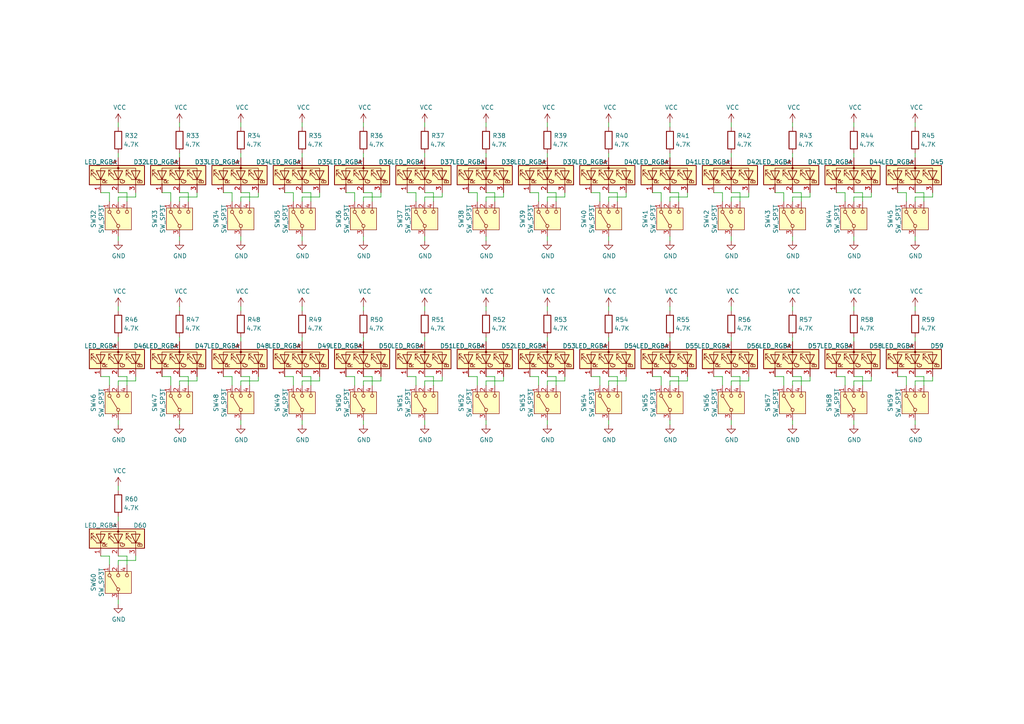
<source format=kicad_sch>
(kicad_sch (version 20231120) (generator "eeschema") (generator_version "8.0")
  (paper "A4")
  (lib_symbols
    (symbol "Device:R" (pin_numbers hide) (pin_names (offset 0))
      (property "Reference" "R" (at 2.032 0 90))
      (property "Value" "R" (at 0 0 90))
      (symbol "R_0_1"
        (rectangle (start -1.016 -2.54) (end 1.016 2.54) (stroke (width 0.254)))
      )
      (symbol "R_1_1"
        (pin passive line (at 0 3.81 270) (length 1.27) (name "~") (number "1"))
        (pin passive line (at 0 -3.81 90) (length 1.27) (name "~") (number "2"))
      )
    )
    (symbol "Switch:SW_SP3T" (pin_names (offset 0) hide)
      (property "Reference" "SW" (at 0 5.08 0))
      (property "Value" "SW_SP3T" (at 0 -5.08 0))
      (symbol "SW_SP3T_0_1"
        (circle (center -2.032 0) (radius 0.4572))
        (polyline (pts (xy -1.651 0.254) (xy 1.651 2.286)))
        (circle (center 2.032 -2.54) (radius 0.4572))
        (circle (center 2.032 0) (radius 0.4572))
        (circle (center 2.032 2.54) (radius 0.4572))
      )
      (symbol "SW_SP3T_1_1"
        (rectangle (start -3.175 3.81) (end 3.175 -3.81) (fill (type background)))
        (pin passive line (at 5.08 2.54 180) (length 2.54) (name "1") (number "1"))
        (pin passive line (at 5.08 0 180) (length 2.54) (name "2") (number "2"))
        (pin passive line (at -5.08 0 0) (length 2.54) (name "3") (number "3"))
        (pin passive line (at 5.08 -2.54 180) (length 2.54) (name "4") (number "4"))
      )
    )
    (symbol "led_rgba:LED_RGBA" (pin_names (offset 0) hide)
      (property "Reference" "D" (at 0 9.398 0))
      (property "Value" "LED_RGBA" (at 0 -8.89 0))
      (symbol "LED_RGBA_0_0"
        (text "B" (at -1.905 -6.35 0) (effects (font (size 1.27 1.27))))
        (text "G" (at -1.905 -1.27 0) (effects (font (size 1.27 1.27))))
        (text "R" (at -1.905 3.81 0) (effects (font (size 1.27 1.27))))
      )
      (symbol "LED_RGBA_0_1"
        (polyline (pts (xy -2.54 -5.08) (xy 1.27 -5.08)))
        (polyline (pts (xy -1.27 -3.81) (xy -1.27 -6.35)) (stroke (width 0.2032)))
        (polyline (pts (xy -1.27 1.27) (xy -1.27 -1.27)) (stroke (width 0.2032)))
        (polyline (pts (xy -1.27 6.35) (xy -1.27 3.81)) (stroke (width 0.2032)))
        (polyline (pts (xy 1.27 5.08) (xy -2.54 5.08)))
        (polyline (pts (xy 2.54 0) (xy -2.54 0)))
        (polyline (pts (xy 1.27 -5.08) (xy 2.032 -5.08) (xy 2.032 5.08) (xy 1.27 5.08)))
        (polyline (pts (xy 1.27 -3.81) (xy 1.27 -6.35) (xy -1.27 -5.08) (xy 1.27 -3.81)) (stroke (width 0.2032)))
        (polyline (pts (xy 1.27 1.27) (xy 1.27 -1.27) (xy -1.27 0) (xy 1.27 1.27)) (stroke (width 0.2032)))
        (polyline (pts (xy 1.27 6.35) (xy 1.27 3.81) (xy -1.27 5.08) (xy 1.27 6.35)) (stroke (width 0.2032)))
        (polyline (pts (xy -1.016 -3.81) (xy 0.508 -2.286) (xy -0.254 -2.286) (xy 0.508 -2.286) (xy 0.508 -3.048)))
        (polyline (pts (xy -1.016 1.27) (xy 0.508 2.794) (xy -0.254 2.794) (xy 0.508 2.794) (xy 0.508 2.032)))
        (polyline (pts (xy -1.016 6.35) (xy 0.508 7.874) (xy -0.254 7.874) (xy 0.508 7.874) (xy 0.508 7.112)))
        (polyline (pts (xy 0 -3.81) (xy 1.524 -2.286) (xy 0.762 -2.286) (xy 1.524 -2.286) (xy 1.524 -3.048)))
        (polyline (pts (xy 0 1.27) (xy 1.524 2.794) (xy 0.762 2.794) (xy 1.524 2.794) (xy 1.524 2.032)))
        (polyline (pts (xy 0 6.35) (xy 1.524 7.874) (xy 0.762 7.874) (xy 1.524 7.874) (xy 1.524 7.112)))
        (rectangle (start 1.27 6.35) (end 1.27 6.35))
        (circle (center 2.032 0) (radius 0.254) (fill (type outline)))
        (rectangle (start 2.794 8.382) (end -2.794 -7.62) (stroke (width 0.254)) (fill (type background)))
      )
      (symbol "LED_RGBA_1_1"
        (pin passive line (at -5.08 5.08 0) (length 2.54) (name "RK") (number "1"))
        (pin passive line (at -5.08 0 0) (length 2.54) (name "GK") (number "2"))
        (pin passive line (at -5.08 -5.08 0) (length 2.54) (name "BK") (number "3"))
        (pin passive line (at 5.08 0 180) (length 2.54) (name "A") (number "4"))
      )
    )
    (symbol "motivational board-rescue:GND-power" (power) (pin_names (offset 0))
      (property "Value" "power_GND" (at 0 -3.81 0))
      (symbol "GND-power_0_1"
        (polyline (pts (xy 0 0) (xy 0 -1.27) (xy 1.27 -1.27) (xy 0 -2.54) (xy -1.27 -1.27) (xy 0 -1.27)))
      )
      (symbol "GND-power_1_1"
        (pin power_in line (at 0 0 270) (length 0) hide (name "GND") (number "1"))
      )
    )
    (symbol "motivational board-rescue:VCC-power" (power) (pin_names (offset 0))
      (property "Value" "power_VCC" (at 0 3.81 0))
      (symbol "VCC-power_0_1"
        (polyline (pts (xy -0.762 1.27) (xy 0 2.54)))
        (polyline (pts (xy 0 0) (xy 0 2.54)))
        (polyline (pts (xy 0 2.54) (xy 0.762 1.27)))
      )
      (symbol "VCC-power_1_1"
        (pin power_in line (at 0 0 90) (length 0) hide (name "VCC") (number "1"))
      )
    )
  )
  (wire (pts (xy 209.55 55.88) (xy 209.55 58.42)))
  (wire (pts (xy 207.01 55.88) (xy 209.55 55.88)))
  (wire (pts (xy 52.07 99.06) (xy 52.07 97.79)))
  (wire (pts (xy 128.27 57.15) (xy 128.27 55.88)))
  (wire (pts (xy 176.53 45.72) (xy 176.53 44.45)))
  (wire (pts (xy 270.51 110.49) (xy 270.51 109.22)))
  (wire (pts (xy 105.41 35.56) (xy 105.41 36.83)))
  (wire (pts (xy 52.07 57.15) (xy 57.15 57.15)))
  (wire (pts (xy 267.97 109.22) (xy 265.43 109.22)))
  (wire (pts (xy 212.09 88.9) (xy 212.09 90.17)))
  (wire (pts (xy 153.67 55.88) (xy 156.21 55.88)))
  (wire (pts (xy 270.51 57.15) (xy 270.51 55.88)))
  (wire (pts (xy 214.63 55.88) (xy 212.09 55.88)))
  (wire (pts (xy 247.65 110.49) (xy 252.73 110.49)))
  (wire (pts (xy 217.17 57.15) (xy 217.17 55.88)))
  (wire (pts (xy 161.29 111.76) (xy 161.29 109.22)))
  (wire (pts (xy 52.07 111.76) (xy 52.07 110.49)))
  (wire (pts (xy 232.41 58.42) (xy 232.41 55.88)))
  (wire (pts (xy 140.97 99.06) (xy 140.97 97.79)))
  (wire (pts (xy 90.17 55.88) (xy 87.63 55.88)))
  (wire (pts (xy 34.29 68.58) (xy 34.29 69.85)))
  (wire (pts (xy 247.65 121.92) (xy 247.65 123.19)))
  (wire (pts (xy 265.43 88.9) (xy 265.43 90.17)))
  (wire (pts (xy 176.53 58.42) (xy 176.53 57.15)))
  (wire (pts (xy 92.71 110.49) (xy 92.71 109.22)))
  (wire (pts (xy 52.07 88.9) (xy 52.07 90.17)))
  (wire (pts (xy 36.83 111.76) (xy 36.83 109.22)))
  (wire (pts (xy 214.63 111.76) (xy 214.63 109.22)))
  (wire (pts (xy 212.09 35.56) (xy 212.09 36.83)))
  (wire (pts (xy 265.43 68.58) (xy 265.43 69.85)))
  (wire (pts (xy 247.65 58.42) (xy 247.65 57.15)))
  (wire (pts (xy 196.85 55.88) (xy 194.31 55.88)))
  (wire (pts (xy 64.77 55.88) (xy 67.31 55.88)))
  (wire (pts (xy 181.61 110.49) (xy 181.61 109.22)))
  (wire (pts (xy 176.53 35.56) (xy 176.53 36.83)))
  (wire (pts (xy 74.93 57.15) (xy 74.93 55.88)))
  (wire (pts (xy 161.29 109.22) (xy 158.75 109.22)))
  (wire (pts (xy 52.07 35.56) (xy 52.07 36.83)))
  (wire (pts (xy 72.39 111.76) (xy 72.39 109.22)))
  (wire (pts (xy 87.63 111.76) (xy 87.63 110.49)))
  (wire (pts (xy 265.43 45.72) (xy 265.43 44.45)))
  (wire (pts (xy 212.09 121.92) (xy 212.09 123.19)))
  (wire (pts (xy 54.61 109.22) (xy 52.07 109.22)))
  (wire (pts (xy 34.29 35.56) (xy 34.29 36.83)))
  (wire (pts (xy 34.29 173.99) (xy 34.29 175.26)))
  (wire (pts (xy 250.19 55.88) (xy 247.65 55.88)))
  (wire (pts (xy 54.61 111.76) (xy 54.61 109.22)))
  (wire (pts (xy 105.41 99.06) (xy 105.41 97.79)))
  (wire (pts (xy 120.65 109.22) (xy 120.65 111.76)))
  (wire (pts (xy 123.19 111.76) (xy 123.19 110.49)))
  (wire (pts (xy 232.41 109.22) (xy 229.87 109.22)))
  (wire (pts (xy 227.33 55.88) (xy 227.33 58.42)))
  (wire (pts (xy 69.85 121.92) (xy 69.85 123.19)))
  (wire (pts (xy 158.75 99.06) (xy 158.75 97.79)))
  (wire (pts (xy 100.33 109.22) (xy 102.87 109.22)))
  (wire (pts (xy 46.99 109.22) (xy 49.53 109.22)))
  (wire (pts (xy 234.95 110.49) (xy 234.95 109.22)))
  (wire (pts (xy 212.09 110.49) (xy 217.17 110.49)))
  (wire (pts (xy 194.31 88.9) (xy 194.31 90.17)))
  (wire (pts (xy 171.45 109.22) (xy 173.99 109.22)))
  (wire (pts (xy 189.23 109.22) (xy 191.77 109.22)))
  (wire (pts (xy 46.99 55.88) (xy 49.53 55.88)))
  (wire (pts (xy 102.87 55.88) (xy 102.87 58.42)))
  (wire (pts (xy 123.19 88.9) (xy 123.19 90.17)))
  (wire (pts (xy 163.83 57.15) (xy 163.83 55.88)))
  (wire (pts (xy 140.97 45.72) (xy 140.97 44.45)))
  (wire (pts (xy 242.57 55.88) (xy 245.11 55.88)))
  (wire (pts (xy 67.31 55.88) (xy 67.31 58.42)))
  (wire (pts (xy 194.31 110.49) (xy 199.39 110.49)))
  (wire (pts (xy 92.71 57.15) (xy 92.71 55.88)))
  (wire (pts (xy 57.15 110.49) (xy 57.15 109.22)))
  (wire (pts (xy 87.63 121.92) (xy 87.63 123.19)))
  (wire (pts (xy 102.87 109.22) (xy 102.87 111.76)))
  (wire (pts (xy 29.21 55.88) (xy 31.75 55.88)))
  (wire (pts (xy 140.97 110.49) (xy 146.05 110.49)))
  (wire (pts (xy 138.43 109.22) (xy 138.43 111.76)))
  (wire (pts (xy 128.27 110.49) (xy 128.27 109.22)))
  (wire (pts (xy 212.09 68.58) (xy 212.09 69.85)))
  (wire (pts (xy 52.07 45.72) (xy 52.07 44.45)))
  (wire (pts (xy 107.95 109.22) (xy 105.41 109.22)))
  (wire (pts (xy 125.73 58.42) (xy 125.73 55.88)))
  (wire (pts (xy 214.63 109.22) (xy 212.09 109.22)))
  (wire (pts (xy 229.87 121.92) (xy 229.87 123.19)))
  (wire (pts (xy 212.09 58.42) (xy 212.09 57.15)))
  (wire (pts (xy 229.87 57.15) (xy 234.95 57.15)))
  (wire (pts (xy 29.21 161.29) (xy 31.75 161.29)))
  (wire (pts (xy 82.55 55.88) (xy 85.09 55.88)))
  (wire (pts (xy 250.19 111.76) (xy 250.19 109.22)))
  (wire (pts (xy 212.09 99.06) (xy 212.09 97.79)))
  (wire (pts (xy 34.29 111.76) (xy 34.29 110.49)))
  (wire (pts (xy 163.83 110.49) (xy 163.83 109.22)))
  (wire (pts (xy 232.41 111.76) (xy 232.41 109.22)))
  (wire (pts (xy 176.53 121.92) (xy 176.53 123.19)))
  (wire (pts (xy 87.63 88.9) (xy 87.63 90.17)))
  (wire (pts (xy 87.63 99.06) (xy 87.63 97.79)))
  (wire (pts (xy 107.95 58.42) (xy 107.95 55.88)))
  (wire (pts (xy 153.67 109.22) (xy 156.21 109.22)))
  (wire (pts (xy 212.09 57.15) (xy 217.17 57.15)))
  (wire (pts (xy 64.77 109.22) (xy 67.31 109.22)))
  (wire (pts (xy 39.37 162.56) (xy 39.37 161.29)))
  (wire (pts (xy 214.63 58.42) (xy 214.63 55.88)))
  (wire (pts (xy 267.97 55.88) (xy 265.43 55.88)))
  (wire (pts (xy 146.05 57.15) (xy 146.05 55.88)))
  (wire (pts (xy 140.97 57.15) (xy 146.05 57.15)))
  (wire (pts (xy 143.51 58.42) (xy 143.51 55.88)))
  (wire (pts (xy 194.31 121.92) (xy 194.31 123.19)))
  (wire (pts (xy 34.29 110.49) (xy 39.37 110.49)))
  (wire (pts (xy 118.11 109.22) (xy 120.65 109.22)))
  (wire (pts (xy 194.31 99.06) (xy 194.31 97.79)))
  (wire (pts (xy 140.97 111.76) (xy 140.97 110.49)))
  (wire (pts (xy 158.75 58.42) (xy 158.75 57.15)))
  (wire (pts (xy 247.65 57.15) (xy 252.73 57.15)))
  (wire (pts (xy 250.19 109.22) (xy 247.65 109.22)))
  (wire (pts (xy 247.65 111.76) (xy 247.65 110.49)))
  (wire (pts (xy 156.21 55.88) (xy 156.21 58.42)))
  (wire (pts (xy 110.49 110.49) (xy 110.49 109.22)))
  (wire (pts (xy 140.97 58.42) (xy 140.97 57.15)))
  (wire (pts (xy 189.23 55.88) (xy 191.77 55.88)))
  (wire (pts (xy 265.43 35.56) (xy 265.43 36.83)))
  (wire (pts (xy 123.19 57.15) (xy 128.27 57.15)))
  (wire (pts (xy 72.39 109.22) (xy 69.85 109.22)))
  (wire (pts (xy 135.89 109.22) (xy 138.43 109.22)))
  (wire (pts (xy 72.39 55.88) (xy 69.85 55.88)))
  (wire (pts (xy 194.31 57.15) (xy 199.39 57.15)))
  (wire (pts (xy 105.41 57.15) (xy 110.49 57.15)))
  (wire (pts (xy 52.07 110.49) (xy 57.15 110.49)))
  (wire (pts (xy 105.41 121.92) (xy 105.41 123.19)))
  (wire (pts (xy 176.53 57.15) (xy 181.61 57.15)))
  (wire (pts (xy 36.83 109.22) (xy 34.29 109.22)))
  (wire (pts (xy 69.85 35.56) (xy 69.85 36.83)))
  (wire (pts (xy 196.85 109.22) (xy 194.31 109.22)))
  (wire (pts (xy 267.97 111.76) (xy 267.97 109.22)))
  (wire (pts (xy 161.29 55.88) (xy 158.75 55.88)))
  (wire (pts (xy 29.21 109.22) (xy 31.75 109.22)))
  (wire (pts (xy 173.99 55.88) (xy 173.99 58.42)))
  (wire (pts (xy 105.41 110.49) (xy 110.49 110.49)))
  (wire (pts (xy 69.85 99.06) (xy 69.85 97.79)))
  (wire (pts (xy 34.29 162.56) (xy 39.37 162.56)))
  (wire (pts (xy 52.07 121.92) (xy 52.07 123.19)))
  (wire (pts (xy 69.85 57.15) (xy 74.93 57.15)))
  (wire (pts (xy 140.97 88.9) (xy 140.97 90.17)))
  (wire (pts (xy 250.19 58.42) (xy 250.19 55.88)))
  (wire (pts (xy 140.97 35.56) (xy 140.97 36.83)))
  (wire (pts (xy 158.75 111.76) (xy 158.75 110.49)))
  (wire (pts (xy 212.09 45.72) (xy 212.09 44.45)))
  (wire (pts (xy 36.83 163.83) (xy 36.83 161.29)))
  (wire (pts (xy 252.73 110.49) (xy 252.73 109.22)))
  (wire (pts (xy 87.63 35.56) (xy 87.63 36.83)))
  (wire (pts (xy 125.73 111.76) (xy 125.73 109.22)))
  (wire (pts (xy 176.53 88.9) (xy 176.53 90.17)))
  (wire (pts (xy 138.43 55.88) (xy 138.43 58.42)))
  (wire (pts (xy 90.17 109.22) (xy 87.63 109.22)))
  (wire (pts (xy 176.53 99.06) (xy 176.53 97.79)))
  (wire (pts (xy 247.65 35.56) (xy 247.65 36.83)))
  (wire (pts (xy 90.17 111.76) (xy 90.17 109.22)))
  (wire (pts (xy 123.19 58.42) (xy 123.19 57.15)))
  (wire (pts (xy 34.29 58.42) (xy 34.29 57.15)))
  (wire (pts (xy 105.41 68.58) (xy 105.41 69.85)))
  (wire (pts (xy 120.65 55.88) (xy 120.65 58.42)))
  (wire (pts (xy 125.73 55.88) (xy 123.19 55.88)))
  (wire (pts (xy 247.65 68.58) (xy 247.65 69.85)))
  (wire (pts (xy 107.95 55.88) (xy 105.41 55.88)))
  (wire (pts (xy 90.17 58.42) (xy 90.17 55.88)))
  (wire (pts (xy 67.31 109.22) (xy 67.31 111.76)))
  (wire (pts (xy 176.53 111.76) (xy 176.53 110.49)))
  (wire (pts (xy 224.79 55.88) (xy 227.33 55.88)))
  (wire (pts (xy 194.31 68.58) (xy 194.31 69.85)))
  (wire (pts (xy 158.75 57.15) (xy 163.83 57.15)))
  (wire (pts (xy 207.01 109.22) (xy 209.55 109.22)))
  (wire (pts (xy 85.09 55.88) (xy 85.09 58.42)))
  (wire (pts (xy 191.77 109.22) (xy 191.77 111.76)))
  (wire (pts (xy 158.75 110.49) (xy 163.83 110.49)))
  (wire (pts (xy 234.95 57.15) (xy 234.95 55.88)))
  (wire (pts (xy 194.31 35.56) (xy 194.31 36.83)))
  (wire (pts (xy 140.97 68.58) (xy 140.97 69.85)))
  (wire (pts (xy 194.31 45.72) (xy 194.31 44.45)))
  (wire (pts (xy 229.87 58.42) (xy 229.87 57.15)))
  (wire (pts (xy 229.87 45.72) (xy 229.87 44.45)))
  (wire (pts (xy 123.19 68.58) (xy 123.19 69.85)))
  (wire (pts (xy 158.75 68.58) (xy 158.75 69.85)))
  (wire (pts (xy 105.41 58.42) (xy 105.41 57.15)))
  (wire (pts (xy 245.11 109.22) (xy 245.11 111.76)))
  (wire (pts (xy 123.19 121.92) (xy 123.19 123.19)))
  (wire (pts (xy 49.53 109.22) (xy 49.53 111.76)))
  (wire (pts (xy 87.63 45.72) (xy 87.63 44.45)))
  (wire (pts (xy 34.29 140.97) (xy 34.29 142.24)))
  (wire (pts (xy 143.51 55.88) (xy 140.97 55.88)))
  (wire (pts (xy 85.09 109.22) (xy 85.09 111.76)))
  (wire (pts (xy 212.09 111.76) (xy 212.09 110.49)))
  (wire (pts (xy 36.83 58.42) (xy 36.83 55.88)))
  (wire (pts (xy 123.19 110.49) (xy 128.27 110.49)))
  (wire (pts (xy 158.75 88.9) (xy 158.75 90.17)))
  (wire (pts (xy 260.35 55.88) (xy 262.89 55.88)))
  (wire (pts (xy 34.29 45.72) (xy 34.29 44.45)))
  (wire (pts (xy 143.51 111.76) (xy 143.51 109.22)))
  (wire (pts (xy 156.21 109.22) (xy 156.21 111.76)))
  (wire (pts (xy 69.85 111.76) (xy 69.85 110.49)))
  (wire (pts (xy 123.19 99.06) (xy 123.19 97.79)))
  (wire (pts (xy 158.75 35.56) (xy 158.75 36.83)))
  (wire (pts (xy 247.65 45.72) (xy 247.65 44.45)))
  (wire (pts (xy 179.07 58.42) (xy 179.07 55.88)))
  (wire (pts (xy 105.41 111.76) (xy 105.41 110.49)))
  (wire (pts (xy 252.73 57.15) (xy 252.73 55.88)))
  (wire (pts (xy 176.53 68.58) (xy 176.53 69.85)))
  (wire (pts (xy 224.79 109.22) (xy 227.33 109.22)))
  (wire (pts (xy 161.29 58.42) (xy 161.29 55.88)))
  (wire (pts (xy 229.87 35.56) (xy 229.87 36.83)))
  (wire (pts (xy 232.41 55.88) (xy 229.87 55.88)))
  (wire (pts (xy 34.29 121.92) (xy 34.29 123.19)))
  (wire (pts (xy 247.65 88.9) (xy 247.65 90.17)))
  (wire (pts (xy 69.85 45.72) (xy 69.85 44.45)))
  (wire (pts (xy 34.29 88.9) (xy 34.29 90.17)))
  (wire (pts (xy 39.37 110.49) (xy 39.37 109.22)))
  (wire (pts (xy 242.57 109.22) (xy 245.11 109.22)))
  (wire (pts (xy 49.53 55.88) (xy 49.53 58.42)))
  (wire (pts (xy 69.85 68.58) (xy 69.85 69.85)))
  (wire (pts (xy 125.73 109.22) (xy 123.19 109.22)))
  (wire (pts (xy 245.11 55.88) (xy 245.11 58.42)))
  (wire (pts (xy 260.35 109.22) (xy 262.89 109.22)))
  (wire (pts (xy 36.83 161.29) (xy 34.29 161.29)))
  (wire (pts (xy 31.75 161.29) (xy 31.75 163.83)))
  (wire (pts (xy 176.53 110.49) (xy 181.61 110.49)))
  (wire (pts (xy 36.83 55.88) (xy 34.29 55.88)))
  (wire (pts (xy 229.87 68.58) (xy 229.87 69.85)))
  (wire (pts (xy 105.41 88.9) (xy 105.41 90.17)))
  (wire (pts (xy 196.85 111.76) (xy 196.85 109.22)))
  (wire (pts (xy 265.43 58.42) (xy 265.43 57.15)))
  (wire (pts (xy 265.43 111.76) (xy 265.43 110.49)))
  (wire (pts (xy 179.07 111.76) (xy 179.07 109.22)))
  (wire (pts (xy 262.89 109.22) (xy 262.89 111.76)))
  (wire (pts (xy 34.29 57.15) (xy 39.37 57.15)))
  (wire (pts (xy 39.37 57.15) (xy 39.37 55.88)))
  (wire (pts (xy 158.75 45.72) (xy 158.75 44.45)))
  (wire (pts (xy 227.33 109.22) (xy 227.33 111.76)))
  (wire (pts (xy 69.85 58.42) (xy 69.85 57.15)))
  (wire (pts (xy 87.63 58.42) (xy 87.63 57.15)))
  (wire (pts (xy 229.87 88.9) (xy 229.87 90.17)))
  (wire (pts (xy 265.43 99.06) (xy 265.43 97.79)))
  (wire (pts (xy 74.93 110.49) (xy 74.93 109.22)))
  (wire (pts (xy 52.07 68.58) (xy 52.07 69.85)))
  (wire (pts (xy 229.87 99.06) (xy 229.87 97.79)))
  (wire (pts (xy 110.49 57.15) (xy 110.49 55.88)))
  (wire (pts (xy 173.99 109.22) (xy 173.99 111.76)))
  (wire (pts (xy 87.63 68.58) (xy 87.63 69.85)))
  (wire (pts (xy 179.07 109.22) (xy 176.53 109.22)))
  (wire (pts (xy 123.19 35.56) (xy 123.19 36.83)))
  (wire (pts (xy 100.33 55.88) (xy 102.87 55.88)))
  (wire (pts (xy 31.75 55.88) (xy 31.75 58.42)))
  (wire (pts (xy 199.39 110.49) (xy 199.39 109.22)))
  (wire (pts (xy 209.55 109.22) (xy 209.55 111.76)))
  (wire (pts (xy 57.15 57.15) (xy 57.15 55.88)))
  (wire (pts (xy 146.05 110.49) (xy 146.05 109.22)))
  (wire (pts (xy 87.63 57.15) (xy 92.71 57.15)))
  (wire (pts (xy 262.89 55.88) (xy 262.89 58.42)))
  (wire (pts (xy 247.65 99.06) (xy 247.65 97.79)))
  (wire (pts (xy 179.07 55.88) (xy 176.53 55.88)))
  (wire (pts (xy 107.95 111.76) (xy 107.95 109.22)))
  (wire (pts (xy 118.11 55.88) (xy 120.65 55.88)))
  (wire (pts (xy 140.97 121.92) (xy 140.97 123.19)))
  (wire (pts (xy 54.61 55.88) (xy 52.07 55.88)))
  (wire (pts (xy 69.85 88.9) (xy 69.85 90.17)))
  (wire (pts (xy 194.31 111.76) (xy 194.31 110.49)))
  (wire (pts (xy 194.31 58.42) (xy 194.31 57.15)))
  (wire (pts (xy 229.87 111.76) (xy 229.87 110.49)))
  (wire (pts (xy 265.43 110.49) (xy 270.51 110.49)))
  (wire (pts (xy 34.29 163.83) (xy 34.29 162.56)))
  (wire (pts (xy 229.87 110.49) (xy 234.95 110.49)))
  (wire (pts (xy 34.29 151.13) (xy 34.29 149.86)))
  (wire (pts (xy 123.19 45.72) (xy 123.19 44.45)))
  (wire (pts (xy 52.07 58.42) (xy 52.07 57.15)))
  (wire (pts (xy 69.85 110.49) (xy 74.93 110.49)))
  (wire (pts (xy 34.29 99.06) (xy 34.29 97.79)))
  (wire (pts (xy 143.51 109.22) (xy 140.97 109.22)))
  (wire (pts (xy 171.45 55.88) (xy 173.99 55.88)))
  (wire (pts (xy 72.39 58.42) (xy 72.39 55.88)))
  (wire (pts (xy 181.61 57.15) (xy 181.61 55.88)))
  (wire (pts (xy 82.55 109.22) (xy 85.09 109.22)))
  (wire (pts (xy 191.77 55.88) (xy 191.77 58.42)))
  (wire (pts (xy 54.61 58.42) (xy 54.61 55.88)))
  (wire (pts (xy 158.75 121.92) (xy 158.75 123.19)))
  (wire (pts (xy 265.43 57.15) (xy 270.51 57.15)))
  (wire (pts (xy 265.43 121.92) (xy 265.43 123.19)))
  (wire (pts (xy 267.97 58.42) (xy 267.97 55.88)))
  (wire (pts (xy 196.85 58.42) (xy 196.85 55.88)))
  (wire (pts (xy 135.89 55.88) (xy 138.43 55.88)))
  (wire (pts (xy 105.41 45.72) (xy 105.41 44.45)))
  (wire (pts (xy 31.75 109.22) (xy 31.75 111.76)))
  (wire (pts (xy 217.17 110.49) (xy 217.17 109.22)))
  (wire (pts (xy 199.39 57.15) (xy 199.39 55.88)))
  (wire (pts (xy 87.63 110.49) (xy 92.71 110.49)))
  (symbol (lib_id "motivational board-rescue:GND-power") (at 52.07 69.85 0) (unit 1)
    (property "Reference" "#PWR080" (effects (hide yes)))
    (property "Value" "GND" (at 52.197 74.2442 0))
  )
  (symbol (lib_id "Device:R") (at 87.63 40.64 0) (unit 1)
    (property "Reference" "R35" (at 91.44 39.37 0))
    (property "Value" "4.7K" (at 91.44 41.91 0))
    (property "Footprint" "Resistors_SMD:R_0805_HandSoldering" (effects (hide yes)))
  )
  (symbol (lib_id "motivational board-rescue:VCC-power") (at 105.41 35.56 0) (unit 1)
    (property "Reference" "#PWR069" (effects (hide yes)))
    (property "Value" "VCC" (at 105.8418 31.1658 0))
  )
  (symbol (lib_id "led_rgba:LED_RGBA") (at 123.19 50.8 90) (unit 1)
    (property "Reference" "D37" (at 129.54 46.99 90))
    (property "Value" "LED_RGBA" (at 118.11 46.99 90))
    (property "Footprint" "LED_SMD-extra:LED_RGB_3528" (effects (hide yes)))
  )
  (symbol (lib_id "Switch:SW_SP3T") (at 140.97 63.5 90) (unit 1)
    (property "Reference" "SW38" (at 133.7818 63.5 0))
    (property "Value" "SW_SP3T" (at 136.0932 63.5 0))
    (property "Footprint" "Button_Switch_THT-extra:SS13D07G4" (effects (hide yes)))
  )
  (symbol (lib_id "led_rgba:LED_RGBA") (at 140.97 50.8 90) (unit 1)
    (property "Reference" "D38" (at 147.32 46.99 90))
    (property "Value" "LED_RGBA" (at 135.89 46.99 90))
    (property "Footprint" "LED_SMD-extra:LED_RGB_3528" (effects (hide yes)))
  )
  (symbol (lib_id "motivational board-rescue:GND-power") (at 158.75 69.85 0) (unit 1)
    (property "Reference" "#PWR086" (effects (hide yes)))
    (property "Value" "GND" (at 158.877 74.2442 0))
  )
  (symbol (lib_id "motivational board-rescue:VCC-power") (at 176.53 35.56 0) (unit 1)
    (property "Reference" "#PWR073" (effects (hide yes)))
    (property "Value" "VCC" (at 176.9618 31.1658 0))
  )
  (symbol (lib_id "Device:R") (at 229.87 40.64 0) (unit 1)
    (property "Reference" "R43" (at 233.68 39.37 0))
    (property "Value" "4.7K" (at 233.68 41.91 0))
    (property "Footprint" "Resistors_SMD:R_0805_HandSoldering" (effects (hide yes)))
  )
  (symbol (lib_id "Switch:SW_SP3T") (at 247.65 63.5 90) (unit 1)
    (property "Reference" "SW44" (at 240.4618 63.5 0))
    (property "Value" "SW_SP3T" (at 242.7732 63.5 0))
    (property "Footprint" "Button_Switch_THT-extra:SS13D07G4" (effects (hide yes)))
  )
  (symbol (lib_id "Switch:SW_SP3T") (at 265.43 63.5 90) (unit 1)
    (property "Reference" "SW45" (at 258.2418 63.5 0))
    (property "Value" "SW_SP3T" (at 260.5532 63.5 0))
    (property "Footprint" "Button_Switch_THT-extra:SS13D07G4" (effects (hide yes)))
  )
  (symbol (lib_id "motivational board-rescue:VCC-power") (at 69.85 88.9 0) (unit 1)
    (property "Reference" "#PWR095" (effects (hide yes)))
    (property "Value" "VCC" (at 70.2818 84.5058 0))
  )
  (symbol (lib_id "motivational board-rescue:VCC-power") (at 87.63 88.9 0) (unit 1)
    (property "Reference" "#PWR096" (effects (hide yes)))
    (property "Value" "VCC" (at 88.0618 84.5058 0))
  )
  (symbol (lib_id "Device:R") (at 105.41 93.98 0) (unit 1)
    (property "Reference" "R50" (at 109.22 92.71 0))
    (property "Value" "4.7K" (at 109.22 95.25 0))
    (property "Footprint" "Resistors_SMD:R_0805_HandSoldering" (effects (hide yes)))
  )
  (symbol (lib_id "motivational board-rescue:GND-power") (at 105.41 123.19 0) (unit 1)
    (property "Reference" "#PWR0111" (effects (hide yes)))
    (property "Value" "GND" (at 105.537 127.5842 0))
  )
  (symbol (lib_id "led_rgba:LED_RGBA") (at 123.19 104.14 90) (unit 1)
    (property "Reference" "D51" (at 129.54 100.33 90))
    (property "Value" "LED_RGBA" (at 118.11 100.33 90))
    (property "Footprint" "LED_SMD-extra:LED_RGB_3528" (effects (hide yes)))
  )
  (symbol (lib_id "motivational board-rescue:VCC-power") (at 123.19 88.9 0) (unit 1)
    (property "Reference" "#PWR098" (effects (hide yes)))
    (property "Value" "VCC" (at 123.6218 84.5058 0))
  )
  (symbol (lib_id "led_rgba:LED_RGBA") (at 176.53 104.14 90) (unit 1)
    (property "Reference" "D54" (at 182.88 100.33 90))
    (property "Value" "LED_RGBA" (at 171.45 100.33 90))
    (property "Footprint" "LED_SMD-extra:LED_RGB_3528" (effects (hide yes)))
  )
  (symbol (lib_id "motivational board-rescue:VCC-power") (at 212.09 88.9 0) (unit 1)
    (property "Reference" "#PWR0103" (effects (hide yes)))
    (property "Value" "VCC" (at 212.5218 84.5058 0))
  )
  (symbol (lib_id "Switch:SW_SP3T") (at 229.87 116.84 90) (unit 1)
    (property "Reference" "SW57" (at 222.6818 116.84 0))
    (property "Value" "SW_SP3T" (at 224.9932 116.84 0))
    (property "Footprint" "Button_Switch_THT-extra:SS13D07G4" (effects (hide yes)))
  )
  (symbol (lib_id "motivational board-rescue:GND-power") (at 229.87 123.19 0) (unit 1)
    (property "Reference" "#PWR0118" (effects (hide yes)))
    (property "Value" "GND" (at 229.997 127.5842 0))
  )
  (symbol (lib_id "Switch:SW_SP3T") (at 34.29 63.5 90) (unit 1)
    (property "Reference" "SW32" (at 27.1018 63.5 0))
    (property "Value" "SW_SP3T" (at 29.4132 63.5 0))
    (property "Footprint" "Button_Switch_THT-extra:SS13D07G4" (effects (hide yes)))
  )
  (symbol (lib_id "led_rgba:LED_RGBA") (at 34.29 50.8 90) (unit 1)
    (property "Reference" "D32" (at 40.64 46.99 90))
    (property "Value" "LED_RGBA" (at 29.21 46.99 90))
    (property "Footprint" "LED_SMD-extra:LED_RGB_3528" (effects (hide yes)))
  )
  (symbol (lib_id "Device:R") (at 34.29 40.64 0) (unit 1)
    (property "Reference" "R32" (at 38.1 39.37 0))
    (property "Value" "4.7K" (at 38.1 41.91 0))
    (property "Footprint" "Resistors_SMD:R_0805_HandSoldering" (effects (hide yes)))
  )
  (symbol (lib_id "motivational board-rescue:VCC-power") (at 34.29 35.56 0) (unit 1)
    (property "Reference" "#PWR065" (effects (hide yes)))
    (property "Value" "VCC" (at 34.7218 31.1658 0))
  )
  (symbol (lib_id "motivational board-rescue:GND-power") (at 34.29 69.85 0) (unit 1)
    (property "Reference" "#PWR079" (effects (hide yes)))
    (property "Value" "GND" (at 34.417 74.2442 0))
  )
  (symbol (lib_id "Switch:SW_SP3T") (at 52.07 63.5 90) (unit 1)
    (property "Reference" "SW33" (at 44.8818 63.5 0))
    (property "Value" "SW_SP3T" (at 47.1932 63.5 0))
    (property "Footprint" "Button_Switch_THT-extra:SS13D07G4" (effects (hide yes)))
  )
  (symbol (lib_id "led_rgba:LED_RGBA") (at 52.07 50.8 90) (unit 1)
    (property "Reference" "D33" (at 58.42 46.99 90))
    (property "Value" "LED_RGBA" (at 46.99 46.99 90))
    (property "Footprint" "LED_SMD-extra:LED_RGB_3528" (effects (hide yes)))
  )
  (symbol (lib_id "Device:R") (at 52.07 40.64 0) (unit 1)
    (property "Reference" "R33" (at 55.88 39.37 0))
    (property "Value" "4.7K" (at 55.88 41.91 0))
    (property "Footprint" "Resistors_SMD:R_0805_HandSoldering" (effects (hide yes)))
  )
  (symbol (lib_id "motivational board-rescue:VCC-power") (at 52.07 35.56 0) (unit 1)
    (property "Reference" "#PWR066" (effects (hide yes)))
    (property "Value" "VCC" (at 52.5018 31.1658 0))
  )
  (symbol (lib_id "Switch:SW_SP3T") (at 69.85 63.5 90) (unit 1)
    (property "Reference" "SW34" (at 62.6618 63.5 0))
    (property "Value" "SW_SP3T" (at 64.9732 63.5 0))
    (property "Footprint" "Button_Switch_THT-extra:SS13D07G4" (effects (hide yes)))
  )
  (symbol (lib_id "led_rgba:LED_RGBA") (at 69.85 50.8 90) (unit 1)
    (property "Reference" "D34" (at 76.2 46.99 90))
    (property "Value" "LED_RGBA" (at 64.77 46.99 90))
    (property "Footprint" "LED_SMD-extra:LED_RGB_3528" (effects (hide yes)))
  )
  (symbol (lib_id "Device:R") (at 69.85 40.64 0) (unit 1)
    (property "Reference" "R34" (at 73.66 39.37 0))
    (property "Value" "4.7K" (at 73.66 41.91 0))
    (property "Footprint" "Resistors_SMD:R_0805_HandSoldering" (effects (hide yes)))
  )
  (symbol (lib_id "motivational board-rescue:VCC-power") (at 69.85 35.56 0) (unit 1)
    (property "Reference" "#PWR067" (effects (hide yes)))
    (property "Value" "VCC" (at 70.2818 31.1658 0))
  )
  (symbol (lib_id "motivational board-rescue:GND-power") (at 69.85 69.85 0) (unit 1)
    (property "Reference" "#PWR081" (effects (hide yes)))
    (property "Value" "GND" (at 69.977 74.2442 0))
  )
  (symbol (lib_id "Switch:SW_SP3T") (at 87.63 63.5 90) (unit 1)
    (property "Reference" "SW35" (at 80.4418 63.5 0))
    (property "Value" "SW_SP3T" (at 82.7532 63.5 0))
    (property "Footprint" "Button_Switch_THT-extra:SS13D07G4" (effects (hide yes)))
  )
  (symbol (lib_id "led_rgba:LED_RGBA") (at 87.63 50.8 90) (unit 1)
    (property "Reference" "D35" (at 93.98 46.99 90))
    (property "Value" "LED_RGBA" (at 82.55 46.99 90))
    (property "Footprint" "LED_SMD-extra:LED_RGB_3528" (effects (hide yes)))
  )
  (symbol (lib_id "motivational board-rescue:VCC-power") (at 87.63 35.56 0) (unit 1)
    (property "Reference" "#PWR068" (effects (hide yes)))
    (property "Value" "VCC" (at 88.0618 31.1658 0))
  )
  (symbol (lib_id "motivational board-rescue:GND-power") (at 87.63 69.85 0) (unit 1)
    (property "Reference" "#PWR082" (effects (hide yes)))
    (property "Value" "GND" (at 87.757 74.2442 0))
  )
  (symbol (lib_id "Switch:SW_SP3T") (at 105.41 63.5 90) (unit 1)
    (property "Reference" "SW36" (at 98.2218 63.5 0))
    (property "Value" "SW_SP3T" (at 100.5332 63.5 0))
    (property "Footprint" "Button_Switch_THT-extra:SS13D07G4" (effects (hide yes)))
  )
  (symbol (lib_id "led_rgba:LED_RGBA") (at 105.41 50.8 90) (unit 1)
    (property "Reference" "D36" (at 111.76 46.99 90))
    (property "Value" "LED_RGBA" (at 100.33 46.99 90))
    (property "Footprint" "LED_SMD-extra:LED_RGB_3528" (effects (hide yes)))
  )
  (symbol (lib_id "Device:R") (at 105.41 40.64 0) (unit 1)
    (property "Reference" "R36" (at 109.22 39.37 0))
    (property "Value" "4.7K" (at 109.22 41.91 0))
    (property "Footprint" "Resistors_SMD:R_0805_HandSoldering" (effects (hide yes)))
  )
  (symbol (lib_id "motivational board-rescue:GND-power") (at 105.41 69.85 0) (unit 1)
    (property "Reference" "#PWR083" (effects (hide yes)))
    (property "Value" "GND" (at 105.537 74.2442 0))
  )
  (symbol (lib_id "Switch:SW_SP3T") (at 123.19 63.5 90) (unit 1)
    (property "Reference" "SW37" (at 116.0018 63.5 0))
    (property "Value" "SW_SP3T" (at 118.3132 63.5 0))
    (property "Footprint" "Button_Switch_THT-extra:SS13D07G4" (effects (hide yes)))
  )
  (symbol (lib_id "Device:R") (at 123.19 40.64 0) (unit 1)
    (property "Reference" "R37" (at 127 39.37 0))
    (property "Value" "4.7K" (at 127 41.91 0))
    (property "Footprint" "Resistors_SMD:R_0805_HandSoldering" (effects (hide yes)))
  )
  (symbol (lib_id "motivational board-rescue:VCC-power") (at 123.19 35.56 0) (unit 1)
    (property "Reference" "#PWR070" (effects (hide yes)))
    (property "Value" "VCC" (at 123.6218 31.1658 0))
  )
  (symbol (lib_id "motivational board-rescue:GND-power") (at 123.19 69.85 0) (unit 1)
    (property "Reference" "#PWR084" (effects (hide yes)))
    (property "Value" "GND" (at 123.317 74.2442 0))
  )
  (symbol (lib_id "Device:R") (at 140.97 40.64 0) (unit 1)
    (property "Reference" "R38" (at 144.78 39.37 0))
    (property "Value" "4.7K" (at 144.78 41.91 0))
    (property "Footprint" "Resistors_SMD:R_0805_HandSoldering" (effects (hide yes)))
  )
  (symbol (lib_id "motivational board-rescue:VCC-power") (at 140.97 35.56 0) (unit 1)
    (property "Reference" "#PWR071" (effects (hide yes)))
    (property "Value" "VCC" (at 141.4018 31.1658 0))
  )
  (symbol (lib_id "motivational board-rescue:GND-power") (at 140.97 69.85 0) (unit 1)
    (property "Reference" "#PWR085" (effects (hide yes)))
    (property "Value" "GND" (at 141.097 74.2442 0))
  )
  (symbol (lib_id "Switch:SW_SP3T") (at 158.75 63.5 90) (unit 1)
    (property "Reference" "SW39" (at 151.5618 63.5 0))
    (property "Value" "SW_SP3T" (at 153.8732 63.5 0))
    (property "Footprint" "Button_Switch_THT-extra:SS13D07G4" (effects (hide yes)))
  )
  (symbol (lib_id "led_rgba:LED_RGBA") (at 158.75 50.8 90) (unit 1)
    (property "Reference" "D39" (at 165.1 46.99 90))
    (property "Value" "LED_RGBA" (at 153.67 46.99 90))
    (property "Footprint" "LED_SMD-extra:LED_RGB_3528" (effects (hide yes)))
  )
  (symbol (lib_id "Device:R") (at 158.75 40.64 0) (unit 1)
    (property "Reference" "R39" (at 162.56 39.37 0))
    (property "Value" "4.7K" (at 162.56 41.91 0))
    (property "Footprint" "Resistors_SMD:R_0805_HandSoldering" (effects (hide yes)))
  )
  (symbol (lib_id "motivational board-rescue:VCC-power") (at 158.75 35.56 0) (unit 1)
    (property "Reference" "#PWR072" (effects (hide yes)))
    (property "Value" "VCC" (at 159.1818 31.1658 0))
  )
  (symbol (lib_id "Switch:SW_SP3T") (at 176.53 63.5 90) (unit 1)
    (property "Reference" "SW40" (at 169.3418 63.5 0))
    (property "Value" "SW_SP3T" (at 171.6532 63.5 0))
    (property "Footprint" "Button_Switch_THT-extra:SS13D07G4" (effects (hide yes)))
  )
  (symbol (lib_id "led_rgba:LED_RGBA") (at 176.53 50.8 90) (unit 1)
    (property "Reference" "D40" (at 182.88 46.99 90))
    (property "Value" "LED_RGBA" (at 171.45 46.99 90))
    (property "Footprint" "LED_SMD-extra:LED_RGB_3528" (effects (hide yes)))
  )
  (symbol (lib_id "Device:R") (at 176.53 40.64 0) (unit 1)
    (property "Reference" "R40" (at 180.34 39.37 0))
    (property "Value" "4.7K" (at 180.34 41.91 0))
    (property "Footprint" "Resistors_SMD:R_0805_HandSoldering" (effects (hide yes)))
  )
  (symbol (lib_id "motivational board-rescue:GND-power") (at 176.53 69.85 0) (unit 1)
    (property "Reference" "#PWR087" (effects (hide yes)))
    (property "Value" "GND" (at 176.657 74.2442 0))
  )
  (symbol (lib_id "Switch:SW_SP3T") (at 194.31 63.5 90) (unit 1)
    (property "Reference" "SW41" (at 187.1218 63.5 0))
    (property "Value" "SW_SP3T" (at 189.4332 63.5 0))
    (property "Footprint" "Button_Switch_THT-extra:SS13D07G4" (effects (hide yes)))
  )
  (symbol (lib_id "led_rgba:LED_RGBA") (at 194.31 50.8 90) (unit 1)
    (property "Reference" "D41" (at 200.66 46.99 90))
    (property "Value" "LED_RGBA" (at 189.23 46.99 90))
    (property "Footprint" "LED_SMD-extra:LED_RGB_3528" (effects (hide yes)))
  )
  (symbol (lib_id "Device:R") (at 194.31 40.64 0) (unit 1)
    (property "Reference" "R41" (at 198.12 39.37 0))
    (property "Value" "4.7K" (at 198.12 41.91 0))
    (property "Footprint" "Resistors_SMD:R_0805_HandSoldering" (effects (hide yes)))
  )
  (symbol (lib_id "motivational board-rescue:VCC-power") (at 194.31 35.56 0) (unit 1)
    (property "Reference" "#PWR074" (effects (hide yes)))
    (property "Value" "VCC" (at 194.7418 31.1658 0))
  )
  (symbol (lib_id "motivational board-rescue:GND-power") (at 194.31 69.85 0) (unit 1)
    (property "Reference" "#PWR088" (effects (hide yes)))
    (property "Value" "GND" (at 194.437 74.2442 0))
  )
  (symbol (lib_id "Switch:SW_SP3T") (at 212.09 63.5 90) (unit 1)
    (property "Reference" "SW42" (at 204.9018 63.5 0))
    (property "Value" "SW_SP3T" (at 207.2132 63.5 0))
    (property "Footprint" "Button_Switch_THT-extra:SS13D07G4" (effects (hide yes)))
  )
  (symbol (lib_id "led_rgba:LED_RGBA") (at 212.09 50.8 90) (unit 1)
    (property "Reference" "D42" (at 218.44 46.99 90))
    (property "Value" "LED_RGBA" (at 207.01 46.99 90))
    (property "Footprint" "LED_SMD-extra:LED_RGB_3528" (effects (hide yes)))
  )
  (symbol (lib_id "Device:R") (at 212.09 40.64 0) (unit 1)
    (property "Reference" "R42" (at 215.9 39.37 0))
    (property "Value" "4.7K" (at 215.9 41.91 0))
    (property "Footprint" "Resistors_SMD:R_0805_HandSoldering" (effects (hide yes)))
  )
  (symbol (lib_id "motivational board-rescue:VCC-power") (at 212.09 35.56 0) (unit 1)
    (property "Reference" "#PWR075" (effects (hide yes)))
    (property "Value" "VCC" (at 212.5218 31.1658 0))
  )
  (symbol (lib_id "motivational board-rescue:GND-power") (at 212.09 69.85 0) (unit 1)
    (property "Reference" "#PWR089" (effects (hide yes)))
    (property "Value" "GND" (at 212.217 74.2442 0))
  )
  (symbol (lib_id "Switch:SW_SP3T") (at 229.87 63.5 90) (unit 1)
    (property "Reference" "SW43" (at 222.6818 63.5 0))
    (property "Value" "SW_SP3T" (at 224.9932 63.5 0))
    (property "Footprint" "Button_Switch_THT-extra:SS13D07G4" (effects (hide yes)))
  )
  (symbol (lib_id "led_rgba:LED_RGBA") (at 229.87 50.8 90) (unit 1)
    (property "Reference" "D43" (at 236.22 46.99 90))
    (property "Value" "LED_RGBA" (at 224.79 46.99 90))
    (property "Footprint" "LED_SMD-extra:LED_RGB_3528" (effects (hide yes)))
  )
  (symbol (lib_id "motivational board-rescue:VCC-power") (at 229.87 35.56 0) (unit 1)
    (property "Reference" "#PWR076" (effects (hide yes)))
    (property "Value" "VCC" (at 230.3018 31.1658 0))
  )
  (symbol (lib_id "motivational board-rescue:GND-power") (at 229.87 69.85 0) (unit 1)
    (property "Reference" "#PWR090" (effects (hide yes)))
    (property "Value" "GND" (at 229.997 74.2442 0))
  )
  (symbol (lib_id "led_rgba:LED_RGBA") (at 247.65 50.8 90) (unit 1)
    (property "Reference" "D44" (at 254 46.99 90))
    (property "Value" "LED_RGBA" (at 242.57 46.99 90))
    (property "Footprint" "LED_SMD-extra:LED_RGB_3528" (effects (hide yes)))
  )
  (symbol (lib_id "Device:R") (at 247.65 40.64 0) (unit 1)
    (property "Reference" "R44" (at 251.46 39.37 0))
    (property "Value" "4.7K" (at 251.46 41.91 0))
    (property "Footprint" "Resistors_SMD:R_0805_HandSoldering" (effects (hide yes)))
  )
  (symbol (lib_id "motivational board-rescue:VCC-power") (at 247.65 35.56 0) (unit 1)
    (property "Reference" "#PWR077" (effects (hide yes)))
    (property "Value" "VCC" (at 248.0818 31.1658 0))
  )
  (symbol (lib_id "motivational board-rescue:GND-power") (at 247.65 69.85 0) (unit 1)
    (property "Reference" "#PWR091" (effects (hide yes)))
    (property "Value" "GND" (at 247.777 74.2442 0))
  )
  (symbol (lib_id "led_rgba:LED_RGBA") (at 265.43 50.8 90) (unit 1)
    (property "Reference" "D45" (at 271.78 46.99 90))
    (property "Value" "LED_RGBA" (at 260.35 46.99 90))
    (property "Footprint" "LED_SMD-extra:LED_RGB_3528" (effects (hide yes)))
  )
  (symbol (lib_id "Device:R") (at 265.43 40.64 0) (unit 1)
    (property "Reference" "R45" (at 269.24 39.37 0))
    (property "Value" "4.7K" (at 269.24 41.91 0))
    (property "Footprint" "Resistors_SMD:R_0805_HandSoldering" (effects (hide yes)))
  )
  (symbol (lib_id "motivational board-rescue:VCC-power") (at 265.43 35.56 0) (unit 1)
    (property "Reference" "#PWR078" (effects (hide yes)))
    (property "Value" "VCC" (at 265.8618 31.1658 0))
  )
  (symbol (lib_id "motivational board-rescue:GND-power") (at 265.43 69.85 0) (unit 1)
    (property "Reference" "#PWR092" (effects (hide yes)))
    (property "Value" "GND" (at 265.557 74.2442 0))
  )
  (symbol (lib_id "Switch:SW_SP3T") (at 34.29 116.84 90) (unit 1)
    (property "Reference" "SW46" (at 27.1018 116.84 0))
    (property "Value" "SW_SP3T" (at 29.4132 116.84 0))
    (property "Footprint" "Button_Switch_THT-extra:SS13D07G4" (effects (hide yes)))
  )
  (symbol (lib_id "led_rgba:LED_RGBA") (at 34.29 104.14 90) (unit 1)
    (property "Reference" "D46" (at 40.64 100.33 90))
    (property "Value" "LED_RGBA" (at 29.21 100.33 90))
    (property "Footprint" "LED_SMD-extra:LED_RGB_3528" (effects (hide yes)))
  )
  (symbol (lib_id "Device:R") (at 34.29 93.98 0) (unit 1)
    (property "Reference" "R46" (at 38.1 92.71 0))
    (property "Value" "4.7K" (at 38.1 95.25 0))
    (property "Footprint" "Resistors_SMD:R_0805_HandSoldering" (effects (hide yes)))
  )
  (symbol (lib_id "motivational board-rescue:VCC-power") (at 34.29 88.9 0) (unit 1)
    (property "Reference" "#PWR093" (effects (hide yes)))
    (property "Value" "VCC" (at 34.7218 84.5058 0))
  )
  (symbol (lib_id "motivational board-rescue:GND-power") (at 34.29 123.19 0) (unit 1)
    (property "Reference" "#PWR0107" (effects (hide yes)))
    (property "Value" "GND" (at 34.417 127.5842 0))
  )
  (symbol (lib_id "Switch:SW_SP3T") (at 52.07 116.84 90) (unit 1)
    (property "Reference" "SW47" (at 44.8818 116.84 0))
    (property "Value" "SW_SP3T" (at 47.1932 116.84 0))
    (property "Footprint" "Button_Switch_THT-extra:SS13D07G4" (effects (hide yes)))
  )
  (symbol (lib_id "led_rgba:LED_RGBA") (at 52.07 104.14 90) (unit 1)
    (property "Reference" "D47" (at 58.42 100.33 90))
    (property "Value" "LED_RGBA" (at 46.99 100.33 90))
    (property "Footprint" "LED_SMD-extra:LED_RGB_3528" (effects (hide yes)))
  )
  (symbol (lib_id "Device:R") (at 52.07 93.98 0) (unit 1)
    (property "Reference" "R47" (at 55.88 92.71 0))
    (property "Value" "4.7K" (at 55.88 95.25 0))
    (property "Footprint" "Resistors_SMD:R_0805_HandSoldering" (effects (hide yes)))
  )
  (symbol (lib_id "motivational board-rescue:VCC-power") (at 52.07 88.9 0) (unit 1)
    (property "Reference" "#PWR094" (effects (hide yes)))
    (property "Value" "VCC" (at 52.5018 84.5058 0))
  )
  (symbol (lib_id "motivational board-rescue:GND-power") (at 52.07 123.19 0) (unit 1)
    (property "Reference" "#PWR0108" (effects (hide yes)))
    (property "Value" "GND" (at 52.197 127.5842 0))
  )
  (symbol (lib_id "Switch:SW_SP3T") (at 69.85 116.84 90) (unit 1)
    (property "Reference" "SW48" (at 62.6618 116.84 0))
    (property "Value" "SW_SP3T" (at 64.9732 116.84 0))
    (property "Footprint" "Button_Switch_THT-extra:SS13D07G4" (effects (hide yes)))
  )
  (symbol (lib_id "led_rgba:LED_RGBA") (at 69.85 104.14 90) (unit 1)
    (property "Reference" "D48" (at 76.2 100.33 90))
    (property "Value" "LED_RGBA" (at 64.77 100.33 90))
    (property "Footprint" "LED_SMD-extra:LED_RGB_3528" (effects (hide yes)))
  )
  (symbol (lib_id "Device:R") (at 69.85 93.98 0) (unit 1)
    (property "Reference" "R48" (at 73.66 92.71 0))
    (property "Value" "4.7K" (at 73.66 95.25 0))
    (property "Footprint" "Resistors_SMD:R_0805_HandSoldering" (effects (hide yes)))
  )
  (symbol (lib_id "motivational board-rescue:GND-power") (at 69.85 123.19 0) (unit 1)
    (property "Reference" "#PWR0109" (effects (hide yes)))
    (property "Value" "GND" (at 69.977 127.5842 0))
  )
  (symbol (lib_id "Switch:SW_SP3T") (at 87.63 116.84 90) (unit 1)
    (property "Reference" "SW49" (at 80.4418 116.84 0))
    (property "Value" "SW_SP3T" (at 82.7532 116.84 0))
    (property "Footprint" "Button_Switch_THT-extra:SS13D07G4" (effects (hide yes)))
  )
  (symbol (lib_id "led_rgba:LED_RGBA") (at 87.63 104.14 90) (unit 1)
    (property "Reference" "D49" (at 93.98 100.33 90))
    (property "Value" "LED_RGBA" (at 82.55 100.33 90))
    (property "Footprint" "LED_SMD-extra:LED_RGB_3528" (effects (hide yes)))
  )
  (symbol (lib_id "Device:R") (at 87.63 93.98 0) (unit 1)
    (property "Reference" "R49" (at 91.44 92.71 0))
    (property "Value" "4.7K" (at 91.44 95.25 0))
    (property "Footprint" "Resistors_SMD:R_0805_HandSoldering" (effects (hide yes)))
  )
  (symbol (lib_id "motivational board-rescue:GND-power") (at 87.63 123.19 0) (unit 1)
    (property "Reference" "#PWR0110" (effects (hide yes)))
    (property "Value" "GND" (at 87.757 127.5842 0))
  )
  (symbol (lib_id "Switch:SW_SP3T") (at 105.41 116.84 90) (unit 1)
    (property "Reference" "SW50" (at 98.2218 116.84 0))
    (property "Value" "SW_SP3T" (at 100.5332 116.84 0))
    (property "Footprint" "Button_Switch_THT-extra:SS13D07G4" (effects (hide yes)))
  )
  (symbol (lib_id "led_rgba:LED_RGBA") (at 105.41 104.14 90) (unit 1)
    (property "Reference" "D50" (at 111.76 100.33 90))
    (property "Value" "LED_RGBA" (at 100.33 100.33 90))
    (property "Footprint" "LED_SMD-extra:LED_RGB_3528" (effects (hide yes)))
  )
  (symbol (lib_id "motivational board-rescue:VCC-power") (at 105.41 88.9 0) (unit 1)
    (property "Reference" "#PWR097" (effects (hide yes)))
    (property "Value" "VCC" (at 105.8418 84.5058 0))
  )
  (symbol (lib_id "Switch:SW_SP3T") (at 123.19 116.84 90) (unit 1)
    (property "Reference" "SW51" (at 116.0018 116.84 0))
    (property "Value" "SW_SP3T" (at 118.3132 116.84 0))
    (property "Footprint" "Button_Switch_THT-extra:SS13D07G4" (effects (hide yes)))
  )
  (symbol (lib_id "Device:R") (at 123.19 93.98 0) (unit 1)
    (property "Reference" "R51" (at 127 92.71 0))
    (property "Value" "4.7K" (at 127 95.25 0))
    (property "Footprint" "Resistors_SMD:R_0805_HandSoldering" (effects (hide yes)))
  )
  (symbol (lib_id "motivational board-rescue:GND-power") (at 123.19 123.19 0) (unit 1)
    (property "Reference" "#PWR0112" (effects (hide yes)))
    (property "Value" "GND" (at 123.317 127.5842 0))
  )
  (symbol (lib_id "Switch:SW_SP3T") (at 140.97 116.84 90) (unit 1)
    (property "Reference" "SW52" (at 133.7818 116.84 0))
    (property "Value" "SW_SP3T" (at 136.0932 116.84 0))
    (property "Footprint" "Button_Switch_THT-extra:SS13D07G4" (effects (hide yes)))
  )
  (symbol (lib_id "led_rgba:LED_RGBA") (at 140.97 104.14 90) (unit 1)
    (property "Reference" "D52" (at 147.32 100.33 90))
    (property "Value" "LED_RGBA" (at 135.89 100.33 90))
    (property "Footprint" "LED_SMD-extra:LED_RGB_3528" (effects (hide yes)))
  )
  (symbol (lib_id "Device:R") (at 140.97 93.98 0) (unit 1)
    (property "Reference" "R52" (at 144.78 92.71 0))
    (property "Value" "4.7K" (at 144.78 95.25 0))
    (property "Footprint" "Resistors_SMD:R_0805_HandSoldering" (effects (hide yes)))
  )
  (symbol (lib_id "motivational board-rescue:VCC-power") (at 140.97 88.9 0) (unit 1)
    (property "Reference" "#PWR099" (effects (hide yes)))
    (property "Value" "VCC" (at 141.4018 84.5058 0))
  )
  (symbol (lib_id "motivational board-rescue:GND-power") (at 140.97 123.19 0) (unit 1)
    (property "Reference" "#PWR0113" (effects (hide yes)))
    (property "Value" "GND" (at 141.097 127.5842 0))
  )
  (symbol (lib_id "Switch:SW_SP3T") (at 158.75 116.84 90) (unit 1)
    (property "Reference" "SW53" (at 151.5618 116.84 0))
    (property "Value" "SW_SP3T" (at 153.8732 116.84 0))
    (property "Footprint" "Button_Switch_THT-extra:SS13D07G4" (effects (hide yes)))
  )
  (symbol (lib_id "led_rgba:LED_RGBA") (at 158.75 104.14 90) (unit 1)
    (property "Reference" "D53" (at 165.1 100.33 90))
    (property "Value" "LED_RGBA" (at 153.67 100.33 90))
    (property "Footprint" "LED_SMD-extra:LED_RGB_3528" (effects (hide yes)))
  )
  (symbol (lib_id "Device:R") (at 158.75 93.98 0) (unit 1)
    (property "Reference" "R53" (at 162.56 92.71 0))
    (property "Value" "4.7K" (at 162.56 95.25 0))
    (property "Footprint" "Resistors_SMD:R_0805_HandSoldering" (effects (hide yes)))
  )
  (symbol (lib_id "motivational board-rescue:VCC-power") (at 158.75 88.9 0) (unit 1)
    (property "Reference" "#PWR0100" (effects (hide yes)))
    (property "Value" "VCC" (at 159.1818 84.5058 0))
  )
  (symbol (lib_id "motivational board-rescue:GND-power") (at 158.75 123.19 0) (unit 1)
    (property "Reference" "#PWR0114" (effects (hide yes)))
    (property "Value" "GND" (at 158.877 127.5842 0))
  )
  (symbol (lib_id "Switch:SW_SP3T") (at 176.53 116.84 90) (unit 1)
    (property "Reference" "SW54" (at 169.3418 116.84 0))
    (property "Value" "SW_SP3T" (at 171.6532 116.84 0))
    (property "Footprint" "Button_Switch_THT-extra:SS13D07G4" (effects (hide yes)))
  )
  (symbol (lib_id "Device:R") (at 176.53 93.98 0) (unit 1)
    (property "Reference" "R54" (at 180.34 92.71 0))
    (property "Value" "4.7K" (at 180.34 95.25 0))
    (property "Footprint" "Resistors_SMD:R_0805_HandSoldering" (effects (hide yes)))
  )
  (symbol (lib_id "motivational board-rescue:VCC-power") (at 176.53 88.9 0) (unit 1)
    (property "Reference" "#PWR0101" (effects (hide yes)))
    (property "Value" "VCC" (at 176.9618 84.5058 0))
  )
  (symbol (lib_id "motivational board-rescue:GND-power") (at 176.53 123.19 0) (unit 1)
    (property "Reference" "#PWR0115" (effects (hide yes)))
    (property "Value" "GND" (at 176.657 127.5842 0))
  )
  (symbol (lib_id "Switch:SW_SP3T") (at 194.31 116.84 90) (unit 1)
    (property "Reference" "SW55" (at 187.1218 116.84 0))
    (property "Value" "SW_SP3T" (at 189.4332 116.84 0))
    (property "Footprint" "Button_Switch_THT-extra:SS13D07G4" (effects (hide yes)))
  )
  (symbol (lib_id "led_rgba:LED_RGBA") (at 194.31 104.14 90) (unit 1)
    (property "Reference" "D55" (at 200.66 100.33 90))
    (property "Value" "LED_RGBA" (at 189.23 100.33 90))
    (property "Footprint" "LED_SMD-extra:LED_RGB_3528" (effects (hide yes)))
  )
  (symbol (lib_id "Device:R") (at 194.31 93.98 0) (unit 1)
    (property "Reference" "R55" (at 198.12 92.71 0))
    (property "Value" "4.7K" (at 198.12 95.25 0))
    (property "Footprint" "Resistors_SMD:R_0805_HandSoldering" (effects (hide yes)))
  )
  (symbol (lib_id "motivational board-rescue:VCC-power") (at 194.31 88.9 0) (unit 1)
    (property "Reference" "#PWR0102" (effects (hide yes)))
    (property "Value" "VCC" (at 194.7418 84.5058 0))
  )
  (symbol (lib_id "motivational board-rescue:GND-power") (at 194.31 123.19 0) (unit 1)
    (property "Reference" "#PWR0116" (effects (hide yes)))
    (property "Value" "GND" (at 194.437 127.5842 0))
  )
  (symbol (lib_id "Switch:SW_SP3T") (at 212.09 116.84 90) (unit 1)
    (property "Reference" "SW56" (at 204.9018 116.84 0))
    (property "Value" "SW_SP3T" (at 207.2132 116.84 0))
    (property "Footprint" "Button_Switch_THT-extra:SS13D07G4" (effects (hide yes)))
  )
  (symbol (lib_id "led_rgba:LED_RGBA") (at 212.09 104.14 90) (unit 1)
    (property "Reference" "D56" (at 218.44 100.33 90))
    (property "Value" "LED_RGBA" (at 207.01 100.33 90))
    (property "Footprint" "LED_SMD-extra:LED_RGB_3528" (effects (hide yes)))
  )
  (symbol (lib_id "Device:R") (at 212.09 93.98 0) (unit 1)
    (property "Reference" "R56" (at 215.9 92.71 0))
    (property "Value" "4.7K" (at 215.9 95.25 0))
    (property "Footprint" "Resistors_SMD:R_0805_HandSoldering" (effects (hide yes)))
  )
  (symbol (lib_id "motivational board-rescue:GND-power") (at 212.09 123.19 0) (unit 1)
    (property "Reference" "#PWR0117" (effects (hide yes)))
    (property "Value" "GND" (at 212.217 127.5842 0))
  )
  (symbol (lib_id "led_rgba:LED_RGBA") (at 229.87 104.14 90) (unit 1)
    (property "Reference" "D57" (at 236.22 100.33 90))
    (property "Value" "LED_RGBA" (at 224.79 100.33 90))
    (property "Footprint" "LED_SMD-extra:LED_RGB_3528" (effects (hide yes)))
  )
  (symbol (lib_id "Device:R") (at 229.87 93.98 0) (unit 1)
    (property "Reference" "R57" (at 233.68 92.71 0))
    (property "Value" "4.7K" (at 233.68 95.25 0))
    (property "Footprint" "Resistors_SMD:R_0805_HandSoldering" (effects (hide yes)))
  )
  (symbol (lib_id "motivational board-rescue:VCC-power") (at 229.87 88.9 0) (unit 1)
    (property "Reference" "#PWR0104" (effects (hide yes)))
    (property "Value" "VCC" (at 230.3018 84.5058 0))
  )
  (symbol (lib_id "Switch:SW_SP3T") (at 247.65 116.84 90) (unit 1)
    (property "Reference" "SW58" (at 240.4618 116.84 0))
    (property "Value" "SW_SP3T" (at 242.7732 116.84 0))
    (property "Footprint" "Button_Switch_THT-extra:SS13D07G4" (effects (hide yes)))
  )
  (symbol (lib_id "led_rgba:LED_RGBA") (at 247.65 104.14 90) (unit 1)
    (property "Reference" "D58" (at 254 100.33 90))
    (property "Value" "LED_RGBA" (at 242.57 100.33 90))
    (property "Footprint" "LED_SMD-extra:LED_RGB_3528" (effects (hide yes)))
  )
  (symbol (lib_id "Device:R") (at 247.65 93.98 0) (unit 1)
    (property "Reference" "R58" (at 251.46 92.71 0))
    (property "Value" "4.7K" (at 251.46 95.25 0))
    (property "Footprint" "Resistors_SMD:R_0805_HandSoldering" (effects (hide yes)))
  )
  (symbol (lib_id "motivational board-rescue:VCC-power") (at 247.65 88.9 0) (unit 1)
    (property "Reference" "#PWR0105" (effects (hide yes)))
    (property "Value" "VCC" (at 248.0818 84.5058 0))
  )
  (symbol (lib_id "motivational board-rescue:GND-power") (at 247.65 123.19 0) (unit 1)
    (property "Reference" "#PWR0119" (effects (hide yes)))
    (property "Value" "GND" (at 247.777 127.5842 0))
  )
  (symbol (lib_id "Switch:SW_SP3T") (at 265.43 116.84 90) (unit 1)
    (property "Reference" "SW59" (at 258.2418 116.84 0))
    (property "Value" "SW_SP3T" (at 260.5532 116.84 0))
    (property "Footprint" "Button_Switch_THT-extra:SS13D07G4" (effects (hide yes)))
  )
  (symbol (lib_id "led_rgba:LED_RGBA") (at 265.43 104.14 90) (unit 1)
    (property "Reference" "D59" (at 271.78 100.33 90))
    (property "Value" "LED_RGBA" (at 260.35 100.33 90))
    (property "Footprint" "LED_SMD-extra:LED_RGB_3528" (effects (hide yes)))
  )
  (symbol (lib_id "Device:R") (at 265.43 93.98 0) (unit 1)
    (property "Reference" "R59" (at 269.24 92.71 0))
    (property "Value" "4.7K" (at 269.24 95.25 0))
    (property "Footprint" "Resistors_SMD:R_0805_HandSoldering" (effects (hide yes)))
  )
  (symbol (lib_id "motivational board-rescue:VCC-power") (at 265.43 88.9 0) (unit 1)
    (property "Reference" "#PWR0106" (effects (hide yes)))
    (property "Value" "VCC" (at 265.8618 84.5058 0))
  )
  (symbol (lib_id "motivational board-rescue:GND-power") (at 265.43 123.19 0) (unit 1)
    (property "Reference" "#PWR0120" (effects (hide yes)))
    (property "Value" "GND" (at 265.557 127.5842 0))
  )
  (symbol (lib_id "Switch:SW_SP3T") (at 34.29 168.91 90) (unit 1)
    (property "Reference" "SW60" (at 27.1018 168.91 0))
    (property "Value" "SW_SP3T" (at 29.4132 168.91 0))
    (property "Footprint" "Button_Switch_THT-extra:SS13D07G4" (effects (hide yes)))
  )
  (symbol (lib_id "led_rgba:LED_RGBA") (at 34.29 156.21 90) (unit 1)
    (property "Reference" "D60" (at 40.64 152.4 90))
    (property "Value" "LED_RGBA" (at 29.21 152.4 90))
    (property "Footprint" "LED_SMD-extra:LED_RGB_3528" (effects (hide yes)))
  )
  (symbol (lib_id "Device:R") (at 34.29 146.05 0) (unit 1)
    (property "Reference" "R60" (at 38.1 144.78 0))
    (property "Value" "4.7K" (at 38.1 147.32 0))
    (property "Footprint" "Resistors_SMD:R_0805_HandSoldering" (effects (hide yes)))
  )
  (symbol (lib_id "motivational board-rescue:VCC-power") (at 34.29 140.97 0) (unit 1)
    (property "Reference" "#PWR0121" (effects (hide yes)))
    (property "Value" "VCC" (at 34.7218 136.5758 0))
  )
  (symbol (lib_id "motivational board-rescue:GND-power") (at 34.29 175.26 0) (unit 1)
    (property "Reference" "#PWR0122" (effects (hide yes)))
    (property "Value" "GND" (at 34.417 179.6542 0))
  )
)
</source>
